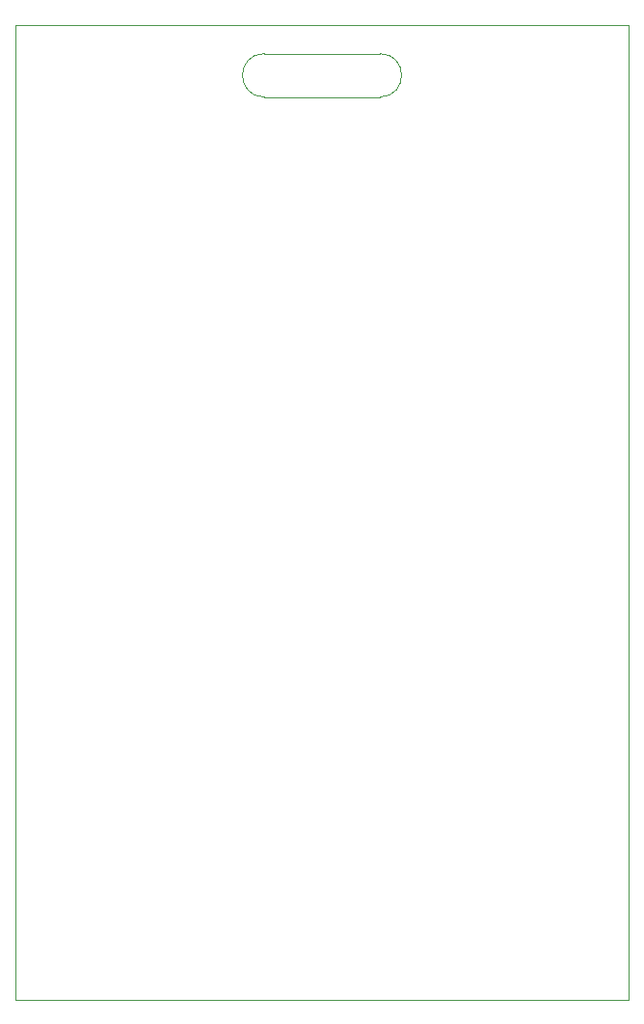
<source format=gm1>
G04 #@! TF.FileFunction,Profile,NP*
%FSLAX46Y46*%
G04 Gerber Fmt 4.6, Leading zero omitted, Abs format (unit mm)*
G04 Created by KiCad (PCBNEW 4.0.7) date 07/03/23 18:34:59*
%MOMM*%
%LPD*%
G01*
G04 APERTURE LIST*
%ADD10C,0.100000*%
%ADD11C,0.025400*%
G04 APERTURE END LIST*
D10*
D11*
X159004000Y-47752000D02*
G75*
G03X159004000Y-43942000I0J1905000D01*
G01*
X148844000Y-47752000D02*
G75*
G02X148844000Y-43942000I0J1905000D01*
G01*
X148844000Y-47752000D02*
X159004000Y-47752000D01*
X148844000Y-43942000D02*
X159004000Y-43942000D01*
X180848000Y-127000000D02*
X127000000Y-127000000D01*
X180848000Y-41402000D02*
X180848000Y-127000000D01*
X127000000Y-41402000D02*
X180848000Y-41402000D01*
X127000000Y-127000000D02*
X127000000Y-41402000D01*
M02*

</source>
